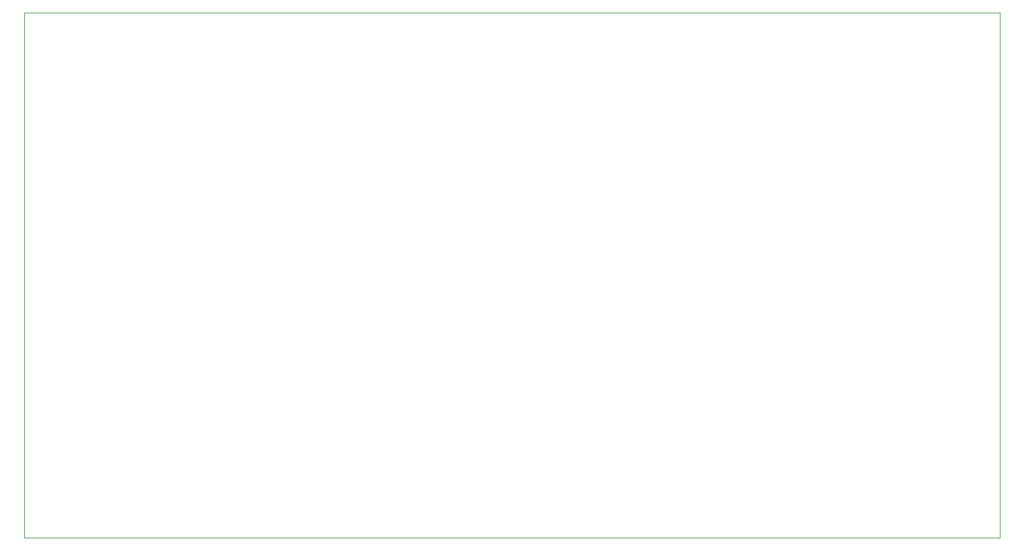
<source format=gm1>
G04*
G04 #@! TF.GenerationSoftware,Altium Limited,Altium Designer,22.10.1 (41)*
G04*
G04 Layer_Color=16711935*
%FSLAX43Y43*%
%MOMM*%
G71*
G04*
G04 #@! TF.SameCoordinates,B95FFBA6-6113-45C9-A07F-A258FB423046*
G04*
G04*
G04 #@! TF.FilePolarity,Positive*
G04*
G01*
G75*
%ADD92C,0.013*%
D92*
X-65000Y-35000D02*
Y35000D01*
Y-35000D02*
X65000D01*
Y35000D01*
X-65000D02*
X65000D01*
M02*

</source>
